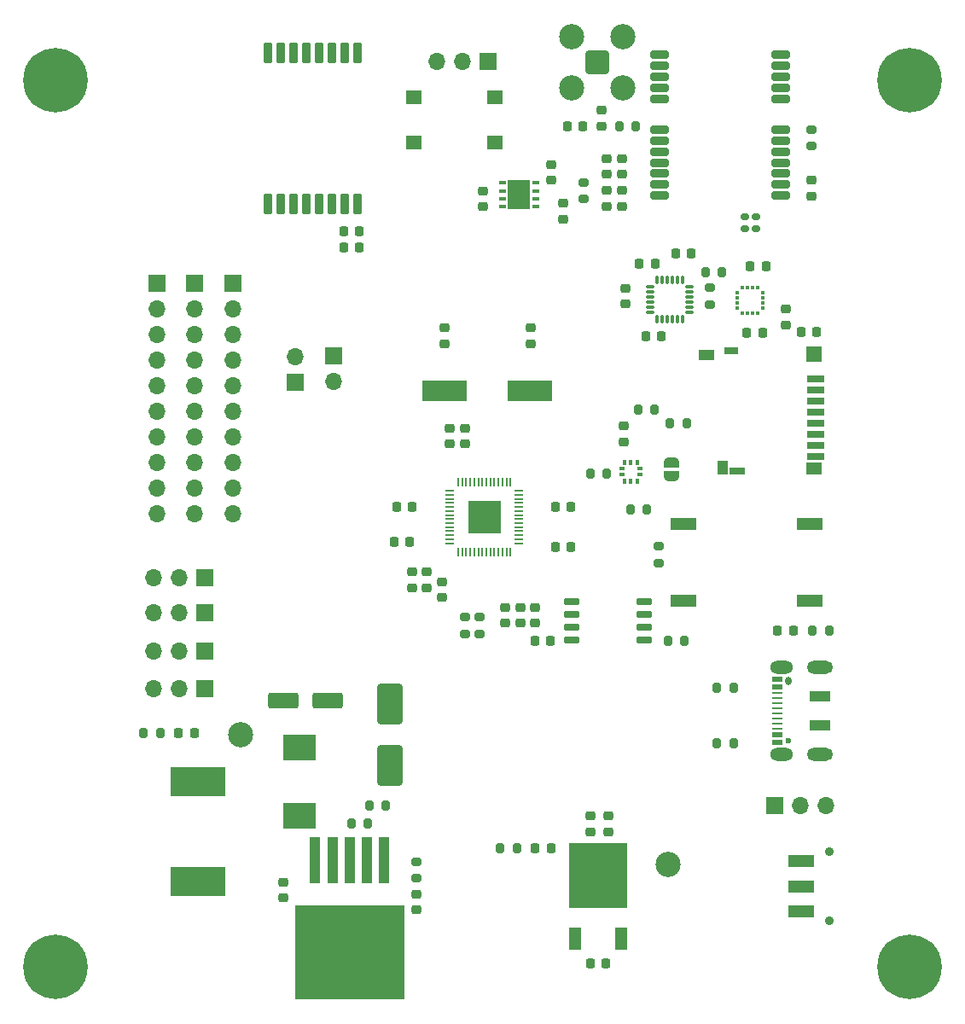
<source format=gbr>
%TF.GenerationSoftware,KiCad,Pcbnew,(6.0.7)*%
%TF.CreationDate,2023-04-27T18:42:04+08:00*%
%TF.ProjectId,Engineering 2023 UAV flight controller,456e6769-6e65-4657-9269-6e6720323032,1*%
%TF.SameCoordinates,Original*%
%TF.FileFunction,Soldermask,Top*%
%TF.FilePolarity,Negative*%
%FSLAX46Y46*%
G04 Gerber Fmt 4.6, Leading zero omitted, Abs format (unit mm)*
G04 Created by KiCad (PCBNEW (6.0.7)) date 2023-04-27 18:42:04*
%MOMM*%
%LPD*%
G01*
G04 APERTURE LIST*
G04 Aperture macros list*
%AMRoundRect*
0 Rectangle with rounded corners*
0 $1 Rounding radius*
0 $2 $3 $4 $5 $6 $7 $8 $9 X,Y pos of 4 corners*
0 Add a 4 corners polygon primitive as box body*
4,1,4,$2,$3,$4,$5,$6,$7,$8,$9,$2,$3,0*
0 Add four circle primitives for the rounded corners*
1,1,$1+$1,$2,$3*
1,1,$1+$1,$4,$5*
1,1,$1+$1,$6,$7*
1,1,$1+$1,$8,$9*
0 Add four rect primitives between the rounded corners*
20,1,$1+$1,$2,$3,$4,$5,0*
20,1,$1+$1,$4,$5,$6,$7,0*
20,1,$1+$1,$6,$7,$8,$9,0*
20,1,$1+$1,$8,$9,$2,$3,0*%
%AMFreePoly0*
4,1,22,0.500000,-0.750000,0.000000,-0.750000,0.000000,-0.745033,-0.079941,-0.743568,-0.215256,-0.701293,-0.333266,-0.622738,-0.424486,-0.514219,-0.481581,-0.384460,-0.499164,-0.250000,-0.500000,-0.250000,-0.500000,0.250000,-0.499164,0.250000,-0.499963,0.256109,-0.478152,0.396186,-0.417904,0.524511,-0.324060,0.630769,-0.204165,0.706417,-0.067858,0.745374,0.000000,0.744959,0.000000,0.750000,
0.500000,0.750000,0.500000,-0.750000,0.500000,-0.750000,$1*%
%AMFreePoly1*
4,1,20,0.000000,0.744959,0.073905,0.744508,0.209726,0.703889,0.328688,0.626782,0.421226,0.519385,0.479903,0.390333,0.500000,0.250000,0.500000,-0.250000,0.499851,-0.262216,0.476331,-0.402017,0.414519,-0.529596,0.319384,-0.634700,0.198574,-0.708877,0.061801,-0.746166,0.000000,-0.745033,0.000000,-0.750000,-0.500000,-0.750000,-0.500000,0.750000,0.000000,0.750000,0.000000,0.744959,
0.000000,0.744959,$1*%
G04 Aperture macros list end*
%ADD10R,3.300000X2.500000*%
%ADD11RoundRect,0.100000X-0.175000X-0.100000X0.175000X-0.100000X0.175000X0.100000X-0.175000X0.100000X0*%
%ADD12RoundRect,0.100000X-0.100000X-0.175000X0.100000X-0.175000X0.100000X0.175000X-0.100000X0.175000X0*%
%ADD13RoundRect,0.200000X-0.200000X-0.275000X0.200000X-0.275000X0.200000X0.275000X-0.200000X0.275000X0*%
%ADD14RoundRect,0.200000X0.275000X-0.200000X0.275000X0.200000X-0.275000X0.200000X-0.275000X-0.200000X0*%
%ADD15RoundRect,0.160000X0.222500X0.160000X-0.222500X0.160000X-0.222500X-0.160000X0.222500X-0.160000X0*%
%ADD16RoundRect,0.225000X-0.225000X0.775000X-0.225000X-0.775000X0.225000X-0.775000X0.225000X0.775000X0*%
%ADD17RoundRect,0.225000X-0.250000X0.225000X-0.250000X-0.225000X0.250000X-0.225000X0.250000X0.225000X0*%
%ADD18RoundRect,0.225000X0.250000X-0.225000X0.250000X0.225000X-0.250000X0.225000X-0.250000X-0.225000X0*%
%ADD19R,1.750000X0.700000*%
%ADD20R,1.000000X1.450000*%
%ADD21R,1.550000X1.000000*%
%ADD22R,1.500000X0.800000*%
%ADD23R,1.500000X1.300000*%
%ADD24R,1.400000X0.800000*%
%ADD25R,1.500000X1.500000*%
%ADD26R,1.700000X1.700000*%
%ADD27O,1.700000X1.700000*%
%ADD28R,1.100000X4.600000*%
%ADD29R,10.800000X9.400000*%
%ADD30RoundRect,0.225000X-0.225000X-0.250000X0.225000X-0.250000X0.225000X0.250000X-0.225000X0.250000X0*%
%ADD31RoundRect,0.218750X-0.218750X-0.256250X0.218750X-0.256250X0.218750X0.256250X-0.218750X0.256250X0*%
%ADD32RoundRect,0.225000X0.225000X0.250000X-0.225000X0.250000X-0.225000X-0.250000X0.225000X-0.250000X0*%
%ADD33R,1.200000X2.200000*%
%ADD34R,5.800000X6.400000*%
%ADD35RoundRect,0.150000X0.650000X0.150000X-0.650000X0.150000X-0.650000X-0.150000X0.650000X-0.150000X0*%
%ADD36RoundRect,0.200000X0.200000X0.275000X-0.200000X0.275000X-0.200000X-0.275000X0.200000X-0.275000X0*%
%ADD37RoundRect,0.075000X0.350000X0.075000X-0.350000X0.075000X-0.350000X-0.075000X0.350000X-0.075000X0*%
%ADD38RoundRect,0.075000X-0.075000X0.350000X-0.075000X-0.350000X0.075000X-0.350000X0.075000X0.350000X0*%
%ADD39C,0.800000*%
%ADD40C,6.400000*%
%ADD41RoundRect,0.218750X0.256250X-0.218750X0.256250X0.218750X-0.256250X0.218750X-0.256250X-0.218750X0*%
%ADD42R,1.600000X1.400000*%
%ADD43FreePoly0,90.000000*%
%ADD44FreePoly1,90.000000*%
%ADD45RoundRect,0.200000X0.700000X0.200000X-0.700000X0.200000X-0.700000X-0.200000X0.700000X-0.200000X0*%
%ADD46RoundRect,0.100000X-0.225000X-0.100000X0.225000X-0.100000X0.225000X0.100000X-0.225000X0.100000X0*%
%ADD47R,2.200000X3.000000*%
%ADD48R,5.400000X2.900000*%
%ADD49R,2.500000X1.200000*%
%ADD50C,2.500000*%
%ADD51RoundRect,0.250000X1.000000X-1.750000X1.000000X1.750000X-1.000000X1.750000X-1.000000X-1.750000X0*%
%ADD52R,2.000000X1.000000*%
%ADD53C,0.600000*%
%ADD54O,0.600000X0.850000*%
%ADD55R,1.000000X0.520000*%
%ADD56R,1.000000X0.270000*%
%ADD57O,2.300000X1.300000*%
%ADD58O,2.600000X1.300000*%
%ADD59RoundRect,0.218750X-0.256250X0.218750X-0.256250X-0.218750X0.256250X-0.218750X0.256250X0.218750X0*%
%ADD60RoundRect,0.050000X0.387500X0.050000X-0.387500X0.050000X-0.387500X-0.050000X0.387500X-0.050000X0*%
%ADD61RoundRect,0.050000X0.050000X0.387500X-0.050000X0.387500X-0.050000X-0.387500X0.050000X-0.387500X0*%
%ADD62R,3.200000X3.200000*%
%ADD63R,0.304800X0.457200*%
%ADD64R,0.457200X0.304800*%
%ADD65C,0.900000*%
%ADD66R,2.500000X1.250000*%
%ADD67R,4.500000X2.000000*%
%ADD68RoundRect,0.200000X-0.275000X0.200000X-0.275000X-0.200000X0.275000X-0.200000X0.275000X0.200000X0*%
%ADD69RoundRect,0.250000X-1.250000X-0.550000X1.250000X-0.550000X1.250000X0.550000X-1.250000X0.550000X0*%
%ADD70RoundRect,0.218750X0.218750X0.256250X-0.218750X0.256250X-0.218750X-0.256250X0.218750X-0.256250X0*%
%ADD71RoundRect,0.200100X0.949900X0.949900X-0.949900X0.949900X-0.949900X-0.949900X0.949900X-0.949900X0*%
G04 APERTURE END LIST*
D10*
%TO.C,D5*%
X133600000Y-114200000D03*
X133600000Y-121000000D03*
%TD*%
D11*
%TO.C,U5*%
X165600000Y-86575000D03*
X165600000Y-87175000D03*
D12*
X165925000Y-87800000D03*
X166525000Y-87800000D03*
X167125000Y-87800000D03*
D11*
X167450000Y-87175000D03*
X167450000Y-86575000D03*
D12*
X167125000Y-85950000D03*
X166525000Y-85950000D03*
X165925000Y-85950000D03*
%TD*%
D13*
%TO.C,R3*%
X175050000Y-113850000D03*
X176700000Y-113850000D03*
%TD*%
D14*
%TO.C,R16*%
X184400000Y-54575000D03*
X184400000Y-52925000D03*
%TD*%
D15*
%TO.C,FB1*%
X178972500Y-62800000D03*
X177827500Y-62800000D03*
%TD*%
D16*
%TO.C,U8*%
X139410000Y-60300000D03*
X138140000Y-60300000D03*
X136870000Y-60300000D03*
X135600000Y-60300000D03*
X134330000Y-60300000D03*
X133060000Y-60300000D03*
X131790000Y-60300000D03*
X130520000Y-60300000D03*
X130520000Y-45300000D03*
X131790000Y-45300000D03*
X133060000Y-45300000D03*
X134330000Y-45300000D03*
X135600000Y-45300000D03*
X136870000Y-45300000D03*
X138140000Y-45300000D03*
X139410000Y-45300000D03*
%TD*%
D17*
%TO.C,C21*%
X165775000Y-82350000D03*
X165775000Y-83900000D03*
%TD*%
D18*
%TO.C,C23*%
X165600000Y-57375000D03*
X165600000Y-55825000D03*
%TD*%
D19*
%TO.C,J1*%
X184825000Y-77680000D03*
X184825000Y-78780000D03*
X184825000Y-79880000D03*
X184825000Y-80980000D03*
X184825000Y-82080000D03*
X184825000Y-83180000D03*
X184825000Y-84280000D03*
X184825000Y-85380000D03*
D20*
X175600000Y-86505000D03*
D21*
X174025000Y-75280000D03*
D22*
X177100000Y-86830000D03*
D23*
X184700000Y-86580000D03*
D24*
X176450000Y-74880000D03*
D25*
X184700000Y-75230000D03*
%TD*%
D26*
%TO.C,M3*%
X124200000Y-104650000D03*
D27*
X121660000Y-104650000D03*
X119120000Y-104650000D03*
%TD*%
D28*
%TO.C,IC1*%
X142000000Y-125400000D03*
X140300000Y-125400000D03*
X138600000Y-125400000D03*
D29*
X138600000Y-134550000D03*
D28*
X136900000Y-125400000D03*
X135200000Y-125400000D03*
%TD*%
D26*
%TO.C,J8*%
X137000000Y-75400000D03*
D27*
X137000000Y-77940000D03*
%TD*%
D30*
%TO.C,C17*%
X159025000Y-94350000D03*
X160575000Y-94350000D03*
%TD*%
D26*
%TO.C,J6*%
X127000000Y-68175000D03*
D27*
X127000000Y-70715000D03*
X127000000Y-73255000D03*
X127000000Y-75795000D03*
X127000000Y-78335000D03*
X127000000Y-80875000D03*
X127000000Y-83415000D03*
X127000000Y-85955000D03*
X127000000Y-88495000D03*
X127000000Y-91035000D03*
%TD*%
D31*
%TO.C,D2*%
X157012500Y-124200000D03*
X158587500Y-124200000D03*
%TD*%
D18*
%TO.C,C11*%
X148550000Y-84125000D03*
X148550000Y-82575000D03*
%TD*%
D32*
%TO.C,C31*%
X139575000Y-64600000D03*
X138025000Y-64600000D03*
%TD*%
D17*
%TO.C,C28*%
X165650000Y-58975000D03*
X165650000Y-60525000D03*
%TD*%
%TO.C,C40*%
X159800000Y-60250000D03*
X159800000Y-61800000D03*
%TD*%
D14*
%TO.C,R9*%
X150025000Y-102950000D03*
X150025000Y-101300000D03*
%TD*%
D33*
%TO.C,U2*%
X160995000Y-133225000D03*
D34*
X163275000Y-126925000D03*
D33*
X165555000Y-133225000D03*
%TD*%
D35*
%TO.C,U1*%
X167875000Y-103530000D03*
X167875000Y-102260000D03*
X167875000Y-100990000D03*
X167875000Y-99720000D03*
X160675000Y-99720000D03*
X160675000Y-100990000D03*
X160675000Y-102260000D03*
X160675000Y-103530000D03*
%TD*%
D36*
%TO.C,R2*%
X142225000Y-120000000D03*
X140575000Y-120000000D03*
%TD*%
D37*
%TO.C,U6*%
X172350000Y-71050000D03*
X172350000Y-70550000D03*
X172350000Y-70050000D03*
X172350000Y-69550000D03*
X172350000Y-69050000D03*
X172350000Y-68550000D03*
D38*
X171650000Y-67850000D03*
X171150000Y-67850000D03*
X170650000Y-67850000D03*
X170150000Y-67850000D03*
X169650000Y-67850000D03*
X169150000Y-67850000D03*
D37*
X168450000Y-68550000D03*
X168450000Y-69050000D03*
X168450000Y-69550000D03*
X168450000Y-70050000D03*
X168450000Y-70550000D03*
X168450000Y-71050000D03*
D38*
X169150000Y-71750000D03*
X169650000Y-71750000D03*
X170150000Y-71750000D03*
X170650000Y-71750000D03*
X171150000Y-71750000D03*
X171650000Y-71750000D03*
%TD*%
D39*
%TO.C,H2*%
X195897056Y-46302944D03*
X194200000Y-50400000D03*
X195897056Y-49697056D03*
X192502944Y-46302944D03*
X192502944Y-49697056D03*
X194200000Y-45600000D03*
D40*
X194200000Y-48000000D03*
D39*
X191800000Y-48000000D03*
X196600000Y-48000000D03*
%TD*%
D13*
%TO.C,R7*%
X184550000Y-102600000D03*
X186200000Y-102600000D03*
%TD*%
D39*
%TO.C,H1*%
X111097056Y-134302944D03*
X111800000Y-136000000D03*
X109400000Y-138400000D03*
X109400000Y-133600000D03*
X111097056Y-137697056D03*
D40*
X109400000Y-136000000D03*
D39*
X107702944Y-134302944D03*
X107000000Y-136000000D03*
X107702944Y-137697056D03*
%TD*%
D14*
%TO.C,R21*%
X161800000Y-59825000D03*
X161800000Y-58175000D03*
%TD*%
D26*
%TO.C,J7*%
X119500000Y-68170000D03*
D27*
X119500000Y-70710000D03*
X119500000Y-73250000D03*
X119500000Y-75790000D03*
X119500000Y-78330000D03*
X119500000Y-80870000D03*
X119500000Y-83410000D03*
X119500000Y-85950000D03*
X119500000Y-88490000D03*
X119500000Y-91030000D03*
%TD*%
D39*
%TO.C,H4*%
X107702944Y-46302944D03*
X111097056Y-49697056D03*
X109400000Y-45600000D03*
D40*
X109400000Y-48000000D03*
D39*
X111800000Y-48000000D03*
X111097056Y-46302944D03*
X107000000Y-48000000D03*
X109400000Y-50400000D03*
X107702944Y-49697056D03*
%TD*%
D41*
%TO.C,L1*%
X163600000Y-52587500D03*
X163600000Y-51012500D03*
%TD*%
D18*
%TO.C,C22*%
X165950000Y-70225000D03*
X165950000Y-68675000D03*
%TD*%
D42*
%TO.C,SW3*%
X153000000Y-49750000D03*
X145000000Y-49750000D03*
X145000000Y-54250000D03*
X153000000Y-54250000D03*
%TD*%
D36*
%TO.C,R11*%
X119825000Y-112800000D03*
X118175000Y-112800000D03*
%TD*%
D26*
%TO.C,M1*%
X124225000Y-97400000D03*
D27*
X121685000Y-97400000D03*
X119145000Y-97400000D03*
%TD*%
D30*
%TO.C,C27*%
X167975000Y-73450000D03*
X169525000Y-73450000D03*
%TD*%
D13*
%TO.C,R5*%
X170200000Y-103625000D03*
X171850000Y-103625000D03*
%TD*%
D43*
%TO.C,JP1*%
X170525000Y-87275000D03*
D44*
X170525000Y-85975000D03*
%TD*%
D32*
%TO.C,C7*%
X158550000Y-103625000D03*
X157000000Y-103625000D03*
%TD*%
D17*
%TO.C,C9*%
X148025000Y-72600000D03*
X148025000Y-74150000D03*
%TD*%
D36*
%TO.C,R19*%
X168100000Y-90625000D03*
X166450000Y-90625000D03*
%TD*%
D26*
%TO.C,M4*%
X124200000Y-108400000D03*
D27*
X121660000Y-108400000D03*
X119120000Y-108400000D03*
%TD*%
D15*
%TO.C,FB2*%
X178972500Y-61600000D03*
X177827500Y-61600000D03*
%TD*%
D45*
%TO.C,U9*%
X181400000Y-59500000D03*
X181400000Y-58400000D03*
X181400000Y-57300000D03*
X181400000Y-56200000D03*
X181400000Y-55100000D03*
X181400000Y-54000000D03*
X181400000Y-52900000D03*
X181400000Y-49900000D03*
X181400000Y-48800000D03*
X181400000Y-47700000D03*
X181400000Y-46600000D03*
X181400000Y-45500000D03*
X169400000Y-45500000D03*
X169400000Y-46600000D03*
X169400000Y-47700000D03*
X169400000Y-48800000D03*
X169400000Y-49900000D03*
X169400000Y-52900000D03*
X169400000Y-54000000D03*
X169400000Y-55100000D03*
X169400000Y-56200000D03*
X169400000Y-57300000D03*
X169400000Y-58400000D03*
X169400000Y-59500000D03*
%TD*%
D26*
%TO.C,J2*%
X180800000Y-120000000D03*
D27*
X183340000Y-120000000D03*
X185880000Y-120000000D03*
%TD*%
D18*
%TO.C,C39*%
X151800000Y-60575000D03*
X151800000Y-59025000D03*
%TD*%
%TO.C,C19*%
X150025000Y-84125000D03*
X150025000Y-82575000D03*
%TD*%
D30*
%TO.C,C25*%
X167375000Y-66250000D03*
X168925000Y-66250000D03*
%TD*%
D46*
%TO.C,U3*%
X153750000Y-58200000D03*
X153750000Y-59000000D03*
X153750000Y-59800000D03*
X153750000Y-60600000D03*
X157050000Y-60600000D03*
X157050000Y-59800000D03*
X157050000Y-59000000D03*
X157050000Y-58200000D03*
D47*
X155400000Y-59400000D03*
%TD*%
D48*
%TO.C,L2*%
X123600000Y-127525000D03*
X123600000Y-117625000D03*
%TD*%
D17*
%TO.C,C37*%
X154050000Y-100325000D03*
X154050000Y-101875000D03*
%TD*%
%TO.C,C5*%
X145200000Y-128800000D03*
X145200000Y-130350000D03*
%TD*%
D32*
%TO.C,C36*%
X179925000Y-66450000D03*
X178375000Y-66450000D03*
%TD*%
D49*
%TO.C,SW2*%
X184275000Y-92065000D03*
X171775000Y-92065000D03*
X184275000Y-99685000D03*
X171775000Y-99685000D03*
%TD*%
D14*
%TO.C,R6*%
X169300000Y-95925000D03*
X169300000Y-94275000D03*
%TD*%
D36*
%TO.C,R20*%
X140425000Y-121800000D03*
X138775000Y-121800000D03*
%TD*%
D18*
%TO.C,C4*%
X164275000Y-122600000D03*
X164275000Y-121050000D03*
%TD*%
D36*
%TO.C,R13*%
X168875000Y-80700000D03*
X167225000Y-80700000D03*
%TD*%
D31*
%TO.C,D3*%
X121612500Y-112800000D03*
X123187500Y-112800000D03*
%TD*%
D17*
%TO.C,C8*%
X156550000Y-72600000D03*
X156550000Y-74150000D03*
%TD*%
D32*
%TO.C,C1*%
X164050000Y-135625000D03*
X162500000Y-135625000D03*
%TD*%
D50*
%TO.C,TP1*%
X127800000Y-113000000D03*
%TD*%
D17*
%TO.C,C26*%
X164150000Y-58975000D03*
X164150000Y-60525000D03*
%TD*%
D51*
%TO.C,C6*%
X142600000Y-116050000D03*
X142600000Y-109950000D03*
%TD*%
D18*
%TO.C,C3*%
X162475000Y-122600000D03*
X162475000Y-121050000D03*
%TD*%
D26*
%TO.C,M2*%
X124225000Y-100900000D03*
D27*
X121685000Y-100900000D03*
X119145000Y-100900000D03*
%TD*%
D17*
%TO.C,C20*%
X144775000Y-96825000D03*
X144775000Y-98375000D03*
%TD*%
%TO.C,C10*%
X157025000Y-100325000D03*
X157025000Y-101875000D03*
%TD*%
D13*
%TO.C,R12*%
X170425000Y-82100000D03*
X172075000Y-82100000D03*
%TD*%
D32*
%TO.C,C16*%
X144825000Y-90375000D03*
X143275000Y-90375000D03*
%TD*%
D39*
%TO.C,H3*%
X195897056Y-137697056D03*
X192502944Y-134302944D03*
X195897056Y-134302944D03*
X194200000Y-133600000D03*
X196600000Y-136000000D03*
D40*
X194200000Y-136000000D03*
D39*
X191800000Y-136000000D03*
X192502944Y-137697056D03*
X194200000Y-138400000D03*
%TD*%
D17*
%TO.C,C13*%
X155525000Y-100325000D03*
X155525000Y-101875000D03*
%TD*%
D32*
%TO.C,C35*%
X161775000Y-52600000D03*
X160225000Y-52600000D03*
%TD*%
D30*
%TO.C,C24*%
X170975000Y-65250000D03*
X172525000Y-65250000D03*
%TD*%
D26*
%TO.C,J9*%
X133200000Y-78000000D03*
D27*
X133200000Y-75460000D03*
%TD*%
D32*
%TO.C,C30*%
X139575000Y-63000000D03*
X138025000Y-63000000D03*
%TD*%
%TO.C,C15*%
X144575000Y-93850000D03*
X143025000Y-93850000D03*
%TD*%
D17*
%TO.C,C12*%
X147775000Y-97825000D03*
X147775000Y-99375000D03*
%TD*%
D36*
%TO.C,R17*%
X167025000Y-52600000D03*
X165375000Y-52600000D03*
%TD*%
D14*
%TO.C,R8*%
X151525000Y-102950000D03*
X151525000Y-101300000D03*
%TD*%
D52*
%TO.C,J3*%
X185275000Y-112000000D03*
D53*
X182175000Y-113600000D03*
D54*
X182175000Y-107600000D03*
D52*
X185275000Y-109200000D03*
D55*
X181075000Y-113700000D03*
X181075000Y-112950000D03*
D56*
X181075000Y-112350000D03*
X181075000Y-110850000D03*
X181075000Y-109850000D03*
X181075000Y-108850000D03*
D55*
X181075000Y-108250000D03*
X181075000Y-107500000D03*
X181075000Y-107500000D03*
X181075000Y-108250000D03*
D56*
X181075000Y-109350000D03*
X181075000Y-110350000D03*
X181075000Y-111350000D03*
X181075000Y-111850000D03*
D55*
X181075000Y-112950000D03*
X181075000Y-113700000D03*
D57*
X181450000Y-114920000D03*
D58*
X185275000Y-114920000D03*
D57*
X181450000Y-106280000D03*
D58*
X185275000Y-106280000D03*
%TD*%
D26*
%TO.C,J5*%
X123250000Y-68170000D03*
D27*
X123250000Y-70710000D03*
X123250000Y-73250000D03*
X123250000Y-75790000D03*
X123250000Y-78330000D03*
X123250000Y-80870000D03*
X123250000Y-83410000D03*
X123250000Y-85950000D03*
X123250000Y-88490000D03*
X123250000Y-91030000D03*
%TD*%
D59*
%TO.C,D4*%
X184400000Y-57962500D03*
X184400000Y-59537500D03*
%TD*%
D18*
%TO.C,C41*%
X158600000Y-57975000D03*
X158600000Y-56425000D03*
%TD*%
D50*
%TO.C,TP2*%
X170195000Y-125825000D03*
%TD*%
D32*
%TO.C,C33*%
X179575000Y-73124999D03*
X178025000Y-73124999D03*
%TD*%
D60*
%TO.C,U4*%
X155417500Y-93970000D03*
X155417500Y-93570000D03*
X155417500Y-93170000D03*
X155417500Y-92770000D03*
X155417500Y-92370000D03*
X155417500Y-91970000D03*
X155417500Y-91570000D03*
X155417500Y-91170000D03*
X155417500Y-90770000D03*
X155417500Y-90370000D03*
X155417500Y-89970000D03*
X155417500Y-89570000D03*
X155417500Y-89170000D03*
X155417500Y-88770000D03*
D61*
X154580000Y-87932500D03*
X154180000Y-87932500D03*
X153780000Y-87932500D03*
X153380000Y-87932500D03*
X152980000Y-87932500D03*
X152580000Y-87932500D03*
X152180000Y-87932500D03*
X151780000Y-87932500D03*
X151380000Y-87932500D03*
X150980000Y-87932500D03*
X150580000Y-87932500D03*
X150180000Y-87932500D03*
X149780000Y-87932500D03*
X149380000Y-87932500D03*
D60*
X148542500Y-88770000D03*
X148542500Y-89170000D03*
X148542500Y-89570000D03*
X148542500Y-89970000D03*
X148542500Y-90370000D03*
X148542500Y-90770000D03*
X148542500Y-91170000D03*
X148542500Y-91570000D03*
X148542500Y-91970000D03*
X148542500Y-92370000D03*
X148542500Y-92770000D03*
X148542500Y-93170000D03*
X148542500Y-93570000D03*
X148542500Y-93970000D03*
D61*
X149380000Y-94807500D03*
X149780000Y-94807500D03*
X150180000Y-94807500D03*
X150580000Y-94807500D03*
X150980000Y-94807500D03*
X151380000Y-94807500D03*
X151780000Y-94807500D03*
X152180000Y-94807500D03*
X152580000Y-94807500D03*
X152980000Y-94807500D03*
X153380000Y-94807500D03*
X153780000Y-94807500D03*
X154180000Y-94807500D03*
X154580000Y-94807500D03*
D62*
X151980000Y-91370000D03*
%TD*%
D63*
%TO.C,U7*%
X179100001Y-68575001D03*
X178600000Y-68575001D03*
X178100000Y-68575001D03*
X177599999Y-68575001D03*
D64*
X177075001Y-69099999D03*
X177075001Y-69600000D03*
X177075001Y-70100000D03*
X177075001Y-70600001D03*
D63*
X177599999Y-71124999D03*
X178100000Y-71124999D03*
X178600000Y-71124999D03*
X179100001Y-71124999D03*
D64*
X179624999Y-70600001D03*
X179624999Y-70100000D03*
X179624999Y-69600000D03*
X179624999Y-69099999D03*
%TD*%
D17*
%TO.C,C2*%
X132000000Y-127575000D03*
X132000000Y-129125000D03*
%TD*%
D18*
%TO.C,C34*%
X181900000Y-72299999D03*
X181900000Y-70749999D03*
%TD*%
D65*
%TO.C,SW1*%
X186200000Y-124600000D03*
X186200000Y-131400000D03*
D66*
X183450000Y-130500000D03*
X183450000Y-128000000D03*
X183450000Y-125500000D03*
%TD*%
D67*
%TO.C,Y1*%
X156525000Y-78875000D03*
X148025000Y-78875000D03*
%TD*%
D13*
%TO.C,R15*%
X173925000Y-67050000D03*
X175575000Y-67050000D03*
%TD*%
D18*
%TO.C,C29*%
X164150000Y-57375000D03*
X164150000Y-55825000D03*
%TD*%
D68*
%TO.C,R14*%
X174350000Y-68625000D03*
X174350000Y-70275000D03*
%TD*%
%TO.C,R1*%
X145200000Y-125550000D03*
X145200000Y-127200000D03*
%TD*%
D13*
%TO.C,R18*%
X162475000Y-87100000D03*
X164125000Y-87100000D03*
%TD*%
%TO.C,R4*%
X175050000Y-108350000D03*
X176700000Y-108350000D03*
%TD*%
D69*
%TO.C,C38*%
X136400000Y-109600000D03*
X132000000Y-109600000D03*
%TD*%
D17*
%TO.C,C14*%
X146275000Y-96825000D03*
X146275000Y-98375000D03*
%TD*%
D36*
%TO.C,R10*%
X155225000Y-124200000D03*
X153575000Y-124200000D03*
%TD*%
D32*
%TO.C,C32*%
X184975000Y-73000000D03*
X183425000Y-73000000D03*
%TD*%
D26*
%TO.C,J10*%
X152340000Y-46200000D03*
D27*
X149800000Y-46200000D03*
X147260000Y-46200000D03*
%TD*%
D30*
%TO.C,C18*%
X159025000Y-90375000D03*
X160575000Y-90375000D03*
%TD*%
D70*
%TO.C,D1*%
X182662500Y-102600000D03*
X181087500Y-102600000D03*
%TD*%
D71*
%TO.C,J4*%
X163200000Y-46250000D03*
D50*
X160660000Y-48790000D03*
X165740000Y-43710000D03*
X160660000Y-43710000D03*
X165740000Y-48790000D03*
%TD*%
M02*

</source>
